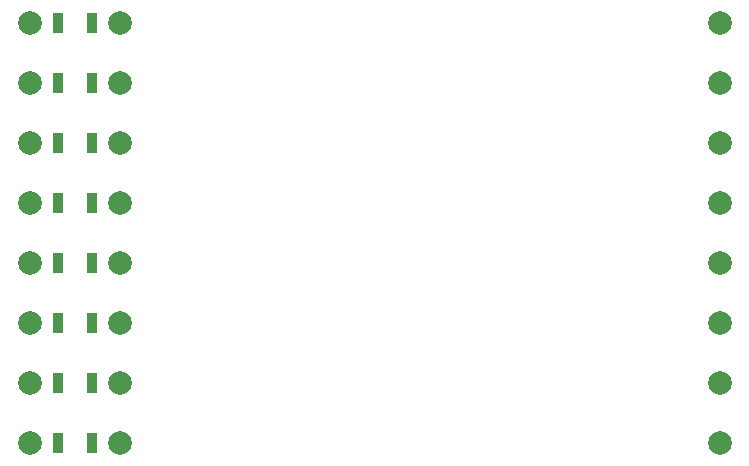
<source format=gts>
G04 #@! TF.FileFunction,Soldermask,Top*
%FSLAX46Y46*%
G04 Gerber Fmt 4.6, Leading zero omitted, Abs format (unit mm)*
G04 Created by KiCad (PCBNEW 4.0.6) date 04/04/19 14:00:35*
%MOMM*%
%LPD*%
G01*
G04 APERTURE LIST*
%ADD10C,0.100000*%
%ADD11C,2.000000*%
%ADD12R,0.900000X1.700000*%
G04 APERTURE END LIST*
D10*
D11*
X127889000Y-61468000D03*
X127889000Y-66548000D03*
X127889000Y-71628000D03*
X127889000Y-76708000D03*
X127889000Y-81788000D03*
X127889000Y-86868000D03*
X127889000Y-91948000D03*
X127889000Y-97028000D03*
D12*
X130249000Y-97028000D03*
X133149000Y-97028000D03*
X130249000Y-91948000D03*
X133149000Y-91948000D03*
X130249000Y-86868000D03*
X133149000Y-86868000D03*
X130249000Y-81788000D03*
X133149000Y-81788000D03*
X130249000Y-76708000D03*
X133149000Y-76708000D03*
X130249000Y-71628000D03*
X133149000Y-71628000D03*
X130249000Y-66548000D03*
X133149000Y-66548000D03*
D11*
X186309000Y-86868000D03*
X186309000Y-81788000D03*
X135509000Y-86868000D03*
X135509000Y-81788000D03*
X186309000Y-61468000D03*
X135509000Y-61468000D03*
X186309000Y-66548000D03*
X135509000Y-66548000D03*
X186309000Y-71628000D03*
X186309000Y-76708000D03*
X186309000Y-91948000D03*
X135509000Y-71628000D03*
X135509000Y-76708000D03*
X135509000Y-91948000D03*
X186309000Y-97028000D03*
X135509000Y-97028000D03*
D12*
X130249000Y-61468000D03*
X133149000Y-61468000D03*
M02*

</source>
